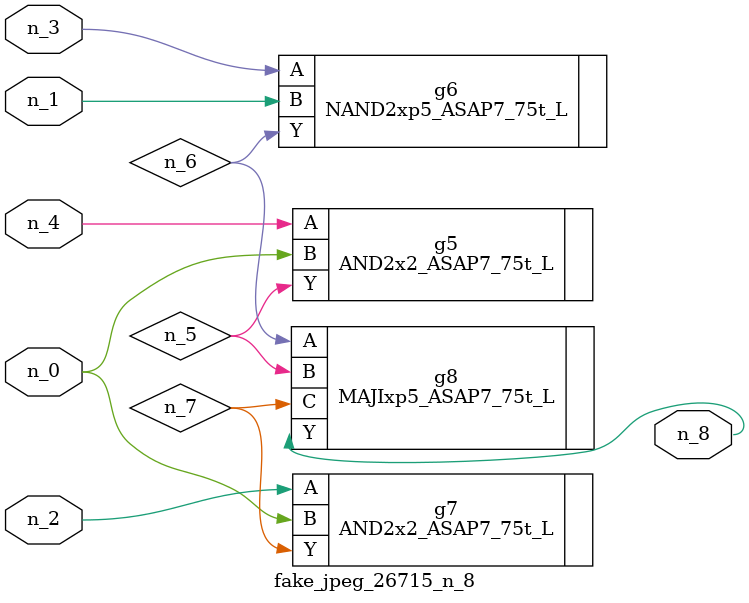
<source format=v>
module fake_jpeg_26715_n_8 (n_3, n_2, n_1, n_0, n_4, n_8);

input n_3;
input n_2;
input n_1;
input n_0;
input n_4;

output n_8;

wire n_6;
wire n_5;
wire n_7;

AND2x2_ASAP7_75t_L g5 ( 
.A(n_4),
.B(n_0),
.Y(n_5)
);

NAND2xp5_ASAP7_75t_L g6 ( 
.A(n_3),
.B(n_1),
.Y(n_6)
);

AND2x2_ASAP7_75t_L g7 ( 
.A(n_2),
.B(n_0),
.Y(n_7)
);

MAJIxp5_ASAP7_75t_L g8 ( 
.A(n_6),
.B(n_5),
.C(n_7),
.Y(n_8)
);


endmodule
</source>
